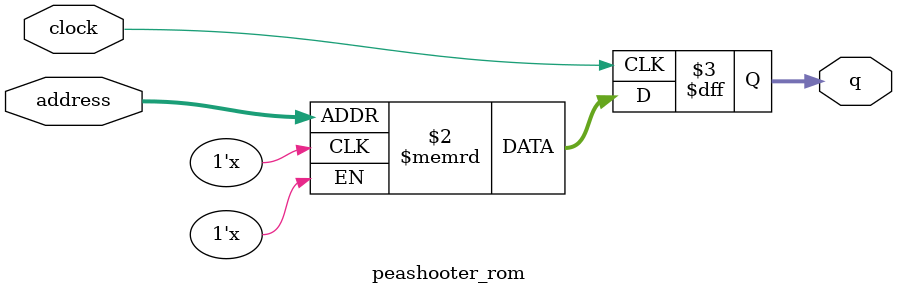
<source format=sv>
module peashooter_rom (
	input logic clock,
	input logic [13:0] address,
	output logic [3:0] q
);

logic [3:0] memory [0:11295] /* synthesis ram_init_file = "./peashooter/peashooter.COE" */;

always_ff @ (posedge clock) begin
	q <= memory[address];
end

endmodule

</source>
